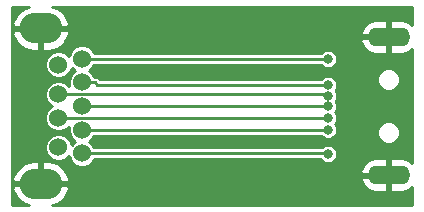
<source format=gbr>
G04 #@! TF.GenerationSoftware,KiCad,Pcbnew,(5.0.0-rc2-110-g9edfd25)*
G04 #@! TF.CreationDate,2018-06-11T15:32:49-07:00*
G04 #@! TF.ProjectId,USB-Power-Cleaner,5553422D506F7765722D436C65616E65,rev?*
G04 #@! TF.SameCoordinates,Original*
G04 #@! TF.FileFunction,Copper,L2,Bot,Signal*
G04 #@! TF.FilePolarity,Positive*
%FSLAX46Y46*%
G04 Gerber Fmt 4.6, Leading zero omitted, Abs format (unit mm)*
G04 Created by KiCad (PCBNEW (5.0.0-rc2-110-g9edfd25)) date Monday, June 11, 2018 at 03:32:49 PM*
%MOMM*%
%LPD*%
G01*
G04 APERTURE LIST*
G04 #@! TA.AperFunction,ComponentPad*
%ADD10C,1.524000*%
G04 #@! TD*
G04 #@! TA.AperFunction,ComponentPad*
%ADD11O,3.600000X2.600000*%
G04 #@! TD*
G04 #@! TA.AperFunction,ComponentPad*
%ADD12O,3.600000X1.600000*%
G04 #@! TD*
G04 #@! TA.AperFunction,ViaPad*
%ADD13C,0.800000*%
G04 #@! TD*
G04 #@! TA.AperFunction,Conductor*
%ADD14C,0.250000*%
G04 #@! TD*
G04 #@! TA.AperFunction,Conductor*
%ADD15C,0.254000*%
G04 #@! TD*
G04 APERTURE END LIST*
D10*
G04 #@! TO.P,J1,7*
G04 #@! TO.N,Net-(J1-Pad7)*
X172458000Y-87630000D03*
G04 #@! TO.P,J1,8*
G04 #@! TO.N,Net-(J1-Pad8)*
X172458000Y-85630000D03*
G04 #@! TO.P,J1,9*
G04 #@! TO.N,Net-(J1-Pad9)*
X172458000Y-83630000D03*
G04 #@! TO.P,J1,6*
G04 #@! TO.N,Net-(J1-Pad6)*
X172458000Y-89630000D03*
G04 #@! TO.P,J1,5*
G04 #@! TO.N,Net-(J1-Pad5)*
X172458000Y-91630000D03*
G04 #@! TO.P,J1,1*
G04 #@! TO.N,Net-(C3-Pad1)*
X170458000Y-84130000D03*
G04 #@! TO.P,J1,2*
G04 #@! TO.N,Net-(J1-Pad2)*
X170458000Y-86630000D03*
G04 #@! TO.P,J1,3*
G04 #@! TO.N,Net-(J1-Pad3)*
X170458000Y-88630000D03*
G04 #@! TO.P,J1,4*
G04 #@! TO.N,GND*
X170458000Y-91130000D03*
D11*
G04 #@! TO.P,J1,10*
G04 #@! TO.N,Net-(J1-Pad10)*
X168958000Y-94200000D03*
X168958000Y-81060000D03*
G04 #@! TD*
D12*
G04 #@! TO.P,J2,10*
G04 #@! TO.N,Net-(J1-Pad10)*
X198420000Y-81780000D03*
X198420000Y-93480000D03*
G04 #@! TD*
D13*
G04 #@! TO.N,Net-(J1-Pad7)*
X193294000Y-87652006D03*
G04 #@! TO.N,Net-(J1-Pad8)*
X193294000Y-85852000D03*
G04 #@! TO.N,Net-(J1-Pad9)*
X193294000Y-83630000D03*
G04 #@! TO.N,Net-(J1-Pad6)*
X193294000Y-89630000D03*
G04 #@! TO.N,Net-(J1-Pad5)*
X193294000Y-91694000D03*
G04 #@! TO.N,Net-(J1-Pad2)*
X193294000Y-86752003D03*
G04 #@! TO.N,Net-(J1-Pad3)*
X193294000Y-88646000D03*
G04 #@! TD*
D14*
G04 #@! TO.N,Net-(J1-Pad7)*
X193271994Y-87630000D02*
X193294000Y-87652006D01*
X172458000Y-87630000D02*
X193271994Y-87630000D01*
G04 #@! TO.N,Net-(J1-Pad8)*
X173535630Y-85630000D02*
X173757630Y-85852000D01*
X172458000Y-85630000D02*
X173535630Y-85630000D01*
X173757630Y-85852000D02*
X193294000Y-85852000D01*
G04 #@! TO.N,Net-(J1-Pad9)*
X172458000Y-83630000D02*
X193294000Y-83630000D01*
G04 #@! TO.N,Net-(J1-Pad6)*
X172458000Y-89630000D02*
X193294000Y-89630000D01*
G04 #@! TO.N,Net-(J1-Pad5)*
X193230000Y-91630000D02*
X193294000Y-91694000D01*
X172458000Y-91630000D02*
X193230000Y-91630000D01*
G04 #@! TO.N,Net-(J1-Pad2)*
X193171997Y-86630000D02*
X193294000Y-86752003D01*
X170458000Y-86630000D02*
X193171997Y-86630000D01*
G04 #@! TO.N,Net-(J1-Pad3)*
X193278000Y-88630000D02*
X193294000Y-88646000D01*
X170458000Y-88630000D02*
X193278000Y-88630000D01*
G04 #@! TD*
D15*
G04 #@! TO.N,Net-(J1-Pad10)*
G36*
X167600175Y-79320894D02*
X166999946Y-79781551D01*
X166621693Y-80436840D01*
X166570811Y-80632516D01*
X166686296Y-80933000D01*
X168831000Y-80933000D01*
X168831000Y-80913000D01*
X169085000Y-80913000D01*
X169085000Y-80933000D01*
X171229704Y-80933000D01*
X171345189Y-80632516D01*
X171294307Y-80436840D01*
X170916054Y-79781551D01*
X170315825Y-79320894D01*
X169928226Y-79217000D01*
X200437000Y-79217000D01*
X200437000Y-80784733D01*
X200086483Y-80502834D01*
X199547000Y-80345000D01*
X198547000Y-80345000D01*
X198547000Y-81653000D01*
X198567000Y-81653000D01*
X198567000Y-81907000D01*
X198547000Y-81907000D01*
X198547000Y-83215000D01*
X199547000Y-83215000D01*
X200086483Y-83057166D01*
X200437000Y-82775267D01*
X200437001Y-92484734D01*
X200086483Y-92202834D01*
X199547000Y-92045000D01*
X198547000Y-92045000D01*
X198547000Y-93353000D01*
X198567000Y-93353000D01*
X198567000Y-93607000D01*
X198547000Y-93607000D01*
X198547000Y-94915000D01*
X199547000Y-94915000D01*
X200086483Y-94757166D01*
X200437001Y-94475266D01*
X200437001Y-96043000D01*
X169928226Y-96043000D01*
X170315825Y-95939106D01*
X170916054Y-95478449D01*
X171294307Y-94823160D01*
X171345189Y-94627484D01*
X171229704Y-94327000D01*
X169085000Y-94327000D01*
X169085000Y-94347000D01*
X168831000Y-94347000D01*
X168831000Y-94327000D01*
X166686296Y-94327000D01*
X166570811Y-94627484D01*
X166621693Y-94823160D01*
X166999946Y-95478449D01*
X167600175Y-95939106D01*
X167987774Y-96043000D01*
X166497000Y-96043000D01*
X166497000Y-93772516D01*
X166570811Y-93772516D01*
X166686296Y-94073000D01*
X168831000Y-94073000D01*
X168831000Y-92265000D01*
X169085000Y-92265000D01*
X169085000Y-94073000D01*
X171229704Y-94073000D01*
X171323465Y-93829039D01*
X196028096Y-93829039D01*
X196045633Y-93911819D01*
X196315500Y-94404896D01*
X196753517Y-94757166D01*
X197293000Y-94915000D01*
X198293000Y-94915000D01*
X198293000Y-93607000D01*
X196150085Y-93607000D01*
X196028096Y-93829039D01*
X171323465Y-93829039D01*
X171345189Y-93772516D01*
X171294307Y-93576840D01*
X171036932Y-93130961D01*
X196028096Y-93130961D01*
X196150085Y-93353000D01*
X198293000Y-93353000D01*
X198293000Y-92045000D01*
X197293000Y-92045000D01*
X196753517Y-92202834D01*
X196315500Y-92555104D01*
X196045633Y-93048181D01*
X196028096Y-93130961D01*
X171036932Y-93130961D01*
X170916054Y-92921551D01*
X170315825Y-92460894D01*
X169585000Y-92265000D01*
X169085000Y-92265000D01*
X168831000Y-92265000D01*
X168331000Y-92265000D01*
X167600175Y-92460894D01*
X166999946Y-92921551D01*
X166621693Y-93576840D01*
X166570811Y-93772516D01*
X166497000Y-93772516D01*
X166497000Y-83903439D01*
X169319000Y-83903439D01*
X169319000Y-84356561D01*
X169492403Y-84775191D01*
X169812809Y-85095597D01*
X170231439Y-85269000D01*
X170684561Y-85269000D01*
X171103191Y-85095597D01*
X171423597Y-84775191D01*
X171590197Y-84372985D01*
X171812809Y-84595597D01*
X171895865Y-84630000D01*
X171812809Y-84664403D01*
X171492403Y-84984809D01*
X171319000Y-85403439D01*
X171319000Y-85856561D01*
X171335724Y-85896936D01*
X171103191Y-85664403D01*
X170684561Y-85491000D01*
X170231439Y-85491000D01*
X169812809Y-85664403D01*
X169492403Y-85984809D01*
X169319000Y-86403439D01*
X169319000Y-86856561D01*
X169492403Y-87275191D01*
X169812809Y-87595597D01*
X169895865Y-87630000D01*
X169812809Y-87664403D01*
X169492403Y-87984809D01*
X169319000Y-88403439D01*
X169319000Y-88856561D01*
X169492403Y-89275191D01*
X169812809Y-89595597D01*
X170231439Y-89769000D01*
X170684561Y-89769000D01*
X171103191Y-89595597D01*
X171335724Y-89363064D01*
X171319000Y-89403439D01*
X171319000Y-89856561D01*
X171492403Y-90275191D01*
X171812809Y-90595597D01*
X171895865Y-90630000D01*
X171812809Y-90664403D01*
X171590197Y-90887015D01*
X171423597Y-90484809D01*
X171103191Y-90164403D01*
X170684561Y-89991000D01*
X170231439Y-89991000D01*
X169812809Y-90164403D01*
X169492403Y-90484809D01*
X169319000Y-90903439D01*
X169319000Y-91356561D01*
X169492403Y-91775191D01*
X169812809Y-92095597D01*
X170231439Y-92269000D01*
X170684561Y-92269000D01*
X171103191Y-92095597D01*
X171325803Y-91872985D01*
X171492403Y-92275191D01*
X171812809Y-92595597D01*
X172231439Y-92769000D01*
X172684561Y-92769000D01*
X173103191Y-92595597D01*
X173423597Y-92275191D01*
X173482909Y-92132000D01*
X192634407Y-92132000D01*
X192635291Y-92134135D01*
X192853865Y-92352709D01*
X193139445Y-92471000D01*
X193448555Y-92471000D01*
X193734135Y-92352709D01*
X193952709Y-92134135D01*
X194071000Y-91848555D01*
X194071000Y-91539445D01*
X193952709Y-91253865D01*
X193734135Y-91035291D01*
X193448555Y-90917000D01*
X193139445Y-90917000D01*
X192853865Y-91035291D01*
X192761156Y-91128000D01*
X173482909Y-91128000D01*
X173423597Y-90984809D01*
X173103191Y-90664403D01*
X173020135Y-90630000D01*
X173103191Y-90595597D01*
X173423597Y-90275191D01*
X173482909Y-90132000D01*
X192697156Y-90132000D01*
X192853865Y-90288709D01*
X193139445Y-90407000D01*
X193448555Y-90407000D01*
X193734135Y-90288709D01*
X193952709Y-90070135D01*
X194071000Y-89784555D01*
X194071000Y-89685663D01*
X197443000Y-89685663D01*
X197443000Y-90074337D01*
X197591739Y-90433426D01*
X197866574Y-90708261D01*
X198225663Y-90857000D01*
X198614337Y-90857000D01*
X198973426Y-90708261D01*
X199248261Y-90433426D01*
X199397000Y-90074337D01*
X199397000Y-89685663D01*
X199248261Y-89326574D01*
X198973426Y-89051739D01*
X198614337Y-88903000D01*
X198225663Y-88903000D01*
X197866574Y-89051739D01*
X197591739Y-89326574D01*
X197443000Y-89685663D01*
X194071000Y-89685663D01*
X194071000Y-89475445D01*
X193952709Y-89189865D01*
X193900844Y-89138000D01*
X193952709Y-89086135D01*
X194071000Y-88800555D01*
X194071000Y-88491445D01*
X193952709Y-88205865D01*
X193895847Y-88149003D01*
X193952709Y-88092141D01*
X194071000Y-87806561D01*
X194071000Y-87497451D01*
X193952709Y-87211871D01*
X193942843Y-87202005D01*
X193952709Y-87192138D01*
X194071000Y-86906558D01*
X194071000Y-86597448D01*
X193952709Y-86311868D01*
X193942843Y-86302002D01*
X193952709Y-86292135D01*
X194071000Y-86006555D01*
X194071000Y-85697445D01*
X193952709Y-85411865D01*
X193734135Y-85193291D01*
X193715720Y-85185663D01*
X197443000Y-85185663D01*
X197443000Y-85574337D01*
X197591739Y-85933426D01*
X197866574Y-86208261D01*
X198225663Y-86357000D01*
X198614337Y-86357000D01*
X198973426Y-86208261D01*
X199248261Y-85933426D01*
X199397000Y-85574337D01*
X199397000Y-85185663D01*
X199248261Y-84826574D01*
X198973426Y-84551739D01*
X198614337Y-84403000D01*
X198225663Y-84403000D01*
X197866574Y-84551739D01*
X197591739Y-84826574D01*
X197443000Y-85185663D01*
X193715720Y-85185663D01*
X193448555Y-85075000D01*
X193139445Y-85075000D01*
X192853865Y-85193291D01*
X192697156Y-85350000D01*
X173965564Y-85350000D01*
X173925557Y-85309993D01*
X173897551Y-85268079D01*
X173731500Y-85157127D01*
X173585069Y-85128000D01*
X173585064Y-85128000D01*
X173535630Y-85118167D01*
X173486196Y-85128000D01*
X173482909Y-85128000D01*
X173423597Y-84984809D01*
X173103191Y-84664403D01*
X173020135Y-84630000D01*
X173103191Y-84595597D01*
X173423597Y-84275191D01*
X173482909Y-84132000D01*
X192697156Y-84132000D01*
X192853865Y-84288709D01*
X193139445Y-84407000D01*
X193448555Y-84407000D01*
X193734135Y-84288709D01*
X193952709Y-84070135D01*
X194071000Y-83784555D01*
X194071000Y-83475445D01*
X193952709Y-83189865D01*
X193734135Y-82971291D01*
X193448555Y-82853000D01*
X193139445Y-82853000D01*
X192853865Y-82971291D01*
X192697156Y-83128000D01*
X173482909Y-83128000D01*
X173423597Y-82984809D01*
X173103191Y-82664403D01*
X172684561Y-82491000D01*
X172231439Y-82491000D01*
X171812809Y-82664403D01*
X171492403Y-82984809D01*
X171325803Y-83387015D01*
X171103191Y-83164403D01*
X170684561Y-82991000D01*
X170231439Y-82991000D01*
X169812809Y-83164403D01*
X169492403Y-83484809D01*
X169319000Y-83903439D01*
X166497000Y-83903439D01*
X166497000Y-81487484D01*
X166570811Y-81487484D01*
X166621693Y-81683160D01*
X166999946Y-82338449D01*
X167600175Y-82799106D01*
X168331000Y-82995000D01*
X168831000Y-82995000D01*
X168831000Y-81187000D01*
X169085000Y-81187000D01*
X169085000Y-82995000D01*
X169585000Y-82995000D01*
X170315825Y-82799106D01*
X170916054Y-82338449D01*
X171036931Y-82129039D01*
X196028096Y-82129039D01*
X196045633Y-82211819D01*
X196315500Y-82704896D01*
X196753517Y-83057166D01*
X197293000Y-83215000D01*
X198293000Y-83215000D01*
X198293000Y-81907000D01*
X196150085Y-81907000D01*
X196028096Y-82129039D01*
X171036931Y-82129039D01*
X171294307Y-81683160D01*
X171345189Y-81487484D01*
X171323466Y-81430961D01*
X196028096Y-81430961D01*
X196150085Y-81653000D01*
X198293000Y-81653000D01*
X198293000Y-80345000D01*
X197293000Y-80345000D01*
X196753517Y-80502834D01*
X196315500Y-80855104D01*
X196045633Y-81348181D01*
X196028096Y-81430961D01*
X171323466Y-81430961D01*
X171229704Y-81187000D01*
X169085000Y-81187000D01*
X168831000Y-81187000D01*
X166686296Y-81187000D01*
X166570811Y-81487484D01*
X166497000Y-81487484D01*
X166497000Y-79217000D01*
X167987774Y-79217000D01*
X167600175Y-79320894D01*
X167600175Y-79320894D01*
G37*
X167600175Y-79320894D02*
X166999946Y-79781551D01*
X166621693Y-80436840D01*
X166570811Y-80632516D01*
X166686296Y-80933000D01*
X168831000Y-80933000D01*
X168831000Y-80913000D01*
X169085000Y-80913000D01*
X169085000Y-80933000D01*
X171229704Y-80933000D01*
X171345189Y-80632516D01*
X171294307Y-80436840D01*
X170916054Y-79781551D01*
X170315825Y-79320894D01*
X169928226Y-79217000D01*
X200437000Y-79217000D01*
X200437000Y-80784733D01*
X200086483Y-80502834D01*
X199547000Y-80345000D01*
X198547000Y-80345000D01*
X198547000Y-81653000D01*
X198567000Y-81653000D01*
X198567000Y-81907000D01*
X198547000Y-81907000D01*
X198547000Y-83215000D01*
X199547000Y-83215000D01*
X200086483Y-83057166D01*
X200437000Y-82775267D01*
X200437001Y-92484734D01*
X200086483Y-92202834D01*
X199547000Y-92045000D01*
X198547000Y-92045000D01*
X198547000Y-93353000D01*
X198567000Y-93353000D01*
X198567000Y-93607000D01*
X198547000Y-93607000D01*
X198547000Y-94915000D01*
X199547000Y-94915000D01*
X200086483Y-94757166D01*
X200437001Y-94475266D01*
X200437001Y-96043000D01*
X169928226Y-96043000D01*
X170315825Y-95939106D01*
X170916054Y-95478449D01*
X171294307Y-94823160D01*
X171345189Y-94627484D01*
X171229704Y-94327000D01*
X169085000Y-94327000D01*
X169085000Y-94347000D01*
X168831000Y-94347000D01*
X168831000Y-94327000D01*
X166686296Y-94327000D01*
X166570811Y-94627484D01*
X166621693Y-94823160D01*
X166999946Y-95478449D01*
X167600175Y-95939106D01*
X167987774Y-96043000D01*
X166497000Y-96043000D01*
X166497000Y-93772516D01*
X166570811Y-93772516D01*
X166686296Y-94073000D01*
X168831000Y-94073000D01*
X168831000Y-92265000D01*
X169085000Y-92265000D01*
X169085000Y-94073000D01*
X171229704Y-94073000D01*
X171323465Y-93829039D01*
X196028096Y-93829039D01*
X196045633Y-93911819D01*
X196315500Y-94404896D01*
X196753517Y-94757166D01*
X197293000Y-94915000D01*
X198293000Y-94915000D01*
X198293000Y-93607000D01*
X196150085Y-93607000D01*
X196028096Y-93829039D01*
X171323465Y-93829039D01*
X171345189Y-93772516D01*
X171294307Y-93576840D01*
X171036932Y-93130961D01*
X196028096Y-93130961D01*
X196150085Y-93353000D01*
X198293000Y-93353000D01*
X198293000Y-92045000D01*
X197293000Y-92045000D01*
X196753517Y-92202834D01*
X196315500Y-92555104D01*
X196045633Y-93048181D01*
X196028096Y-93130961D01*
X171036932Y-93130961D01*
X170916054Y-92921551D01*
X170315825Y-92460894D01*
X169585000Y-92265000D01*
X169085000Y-92265000D01*
X168831000Y-92265000D01*
X168331000Y-92265000D01*
X167600175Y-92460894D01*
X166999946Y-92921551D01*
X166621693Y-93576840D01*
X166570811Y-93772516D01*
X166497000Y-93772516D01*
X166497000Y-83903439D01*
X169319000Y-83903439D01*
X169319000Y-84356561D01*
X169492403Y-84775191D01*
X169812809Y-85095597D01*
X170231439Y-85269000D01*
X170684561Y-85269000D01*
X171103191Y-85095597D01*
X171423597Y-84775191D01*
X171590197Y-84372985D01*
X171812809Y-84595597D01*
X171895865Y-84630000D01*
X171812809Y-84664403D01*
X171492403Y-84984809D01*
X171319000Y-85403439D01*
X171319000Y-85856561D01*
X171335724Y-85896936D01*
X171103191Y-85664403D01*
X170684561Y-85491000D01*
X170231439Y-85491000D01*
X169812809Y-85664403D01*
X169492403Y-85984809D01*
X169319000Y-86403439D01*
X169319000Y-86856561D01*
X169492403Y-87275191D01*
X169812809Y-87595597D01*
X169895865Y-87630000D01*
X169812809Y-87664403D01*
X169492403Y-87984809D01*
X169319000Y-88403439D01*
X169319000Y-88856561D01*
X169492403Y-89275191D01*
X169812809Y-89595597D01*
X170231439Y-89769000D01*
X170684561Y-89769000D01*
X171103191Y-89595597D01*
X171335724Y-89363064D01*
X171319000Y-89403439D01*
X171319000Y-89856561D01*
X171492403Y-90275191D01*
X171812809Y-90595597D01*
X171895865Y-90630000D01*
X171812809Y-90664403D01*
X171590197Y-90887015D01*
X171423597Y-90484809D01*
X171103191Y-90164403D01*
X170684561Y-89991000D01*
X170231439Y-89991000D01*
X169812809Y-90164403D01*
X169492403Y-90484809D01*
X169319000Y-90903439D01*
X169319000Y-91356561D01*
X169492403Y-91775191D01*
X169812809Y-92095597D01*
X170231439Y-92269000D01*
X170684561Y-92269000D01*
X171103191Y-92095597D01*
X171325803Y-91872985D01*
X171492403Y-92275191D01*
X171812809Y-92595597D01*
X172231439Y-92769000D01*
X172684561Y-92769000D01*
X173103191Y-92595597D01*
X173423597Y-92275191D01*
X173482909Y-92132000D01*
X192634407Y-92132000D01*
X192635291Y-92134135D01*
X192853865Y-92352709D01*
X193139445Y-92471000D01*
X193448555Y-92471000D01*
X193734135Y-92352709D01*
X193952709Y-92134135D01*
X194071000Y-91848555D01*
X194071000Y-91539445D01*
X193952709Y-91253865D01*
X193734135Y-91035291D01*
X193448555Y-90917000D01*
X193139445Y-90917000D01*
X192853865Y-91035291D01*
X192761156Y-91128000D01*
X173482909Y-91128000D01*
X173423597Y-90984809D01*
X173103191Y-90664403D01*
X173020135Y-90630000D01*
X173103191Y-90595597D01*
X173423597Y-90275191D01*
X173482909Y-90132000D01*
X192697156Y-90132000D01*
X192853865Y-90288709D01*
X193139445Y-90407000D01*
X193448555Y-90407000D01*
X193734135Y-90288709D01*
X193952709Y-90070135D01*
X194071000Y-89784555D01*
X194071000Y-89685663D01*
X197443000Y-89685663D01*
X197443000Y-90074337D01*
X197591739Y-90433426D01*
X197866574Y-90708261D01*
X198225663Y-90857000D01*
X198614337Y-90857000D01*
X198973426Y-90708261D01*
X199248261Y-90433426D01*
X199397000Y-90074337D01*
X199397000Y-89685663D01*
X199248261Y-89326574D01*
X198973426Y-89051739D01*
X198614337Y-88903000D01*
X198225663Y-88903000D01*
X197866574Y-89051739D01*
X197591739Y-89326574D01*
X197443000Y-89685663D01*
X194071000Y-89685663D01*
X194071000Y-89475445D01*
X193952709Y-89189865D01*
X193900844Y-89138000D01*
X193952709Y-89086135D01*
X194071000Y-88800555D01*
X194071000Y-88491445D01*
X193952709Y-88205865D01*
X193895847Y-88149003D01*
X193952709Y-88092141D01*
X194071000Y-87806561D01*
X194071000Y-87497451D01*
X193952709Y-87211871D01*
X193942843Y-87202005D01*
X193952709Y-87192138D01*
X194071000Y-86906558D01*
X194071000Y-86597448D01*
X193952709Y-86311868D01*
X193942843Y-86302002D01*
X193952709Y-86292135D01*
X194071000Y-86006555D01*
X194071000Y-85697445D01*
X193952709Y-85411865D01*
X193734135Y-85193291D01*
X193715720Y-85185663D01*
X197443000Y-85185663D01*
X197443000Y-85574337D01*
X197591739Y-85933426D01*
X197866574Y-86208261D01*
X198225663Y-86357000D01*
X198614337Y-86357000D01*
X198973426Y-86208261D01*
X199248261Y-85933426D01*
X199397000Y-85574337D01*
X199397000Y-85185663D01*
X199248261Y-84826574D01*
X198973426Y-84551739D01*
X198614337Y-84403000D01*
X198225663Y-84403000D01*
X197866574Y-84551739D01*
X197591739Y-84826574D01*
X197443000Y-85185663D01*
X193715720Y-85185663D01*
X193448555Y-85075000D01*
X193139445Y-85075000D01*
X192853865Y-85193291D01*
X192697156Y-85350000D01*
X173965564Y-85350000D01*
X173925557Y-85309993D01*
X173897551Y-85268079D01*
X173731500Y-85157127D01*
X173585069Y-85128000D01*
X173585064Y-85128000D01*
X173535630Y-85118167D01*
X173486196Y-85128000D01*
X173482909Y-85128000D01*
X173423597Y-84984809D01*
X173103191Y-84664403D01*
X173020135Y-84630000D01*
X173103191Y-84595597D01*
X173423597Y-84275191D01*
X173482909Y-84132000D01*
X192697156Y-84132000D01*
X192853865Y-84288709D01*
X193139445Y-84407000D01*
X193448555Y-84407000D01*
X193734135Y-84288709D01*
X193952709Y-84070135D01*
X194071000Y-83784555D01*
X194071000Y-83475445D01*
X193952709Y-83189865D01*
X193734135Y-82971291D01*
X193448555Y-82853000D01*
X193139445Y-82853000D01*
X192853865Y-82971291D01*
X192697156Y-83128000D01*
X173482909Y-83128000D01*
X173423597Y-82984809D01*
X173103191Y-82664403D01*
X172684561Y-82491000D01*
X172231439Y-82491000D01*
X171812809Y-82664403D01*
X171492403Y-82984809D01*
X171325803Y-83387015D01*
X171103191Y-83164403D01*
X170684561Y-82991000D01*
X170231439Y-82991000D01*
X169812809Y-83164403D01*
X169492403Y-83484809D01*
X169319000Y-83903439D01*
X166497000Y-83903439D01*
X166497000Y-81487484D01*
X166570811Y-81487484D01*
X166621693Y-81683160D01*
X166999946Y-82338449D01*
X167600175Y-82799106D01*
X168331000Y-82995000D01*
X168831000Y-82995000D01*
X168831000Y-81187000D01*
X169085000Y-81187000D01*
X169085000Y-82995000D01*
X169585000Y-82995000D01*
X170315825Y-82799106D01*
X170916054Y-82338449D01*
X171036931Y-82129039D01*
X196028096Y-82129039D01*
X196045633Y-82211819D01*
X196315500Y-82704896D01*
X196753517Y-83057166D01*
X197293000Y-83215000D01*
X198293000Y-83215000D01*
X198293000Y-81907000D01*
X196150085Y-81907000D01*
X196028096Y-82129039D01*
X171036931Y-82129039D01*
X171294307Y-81683160D01*
X171345189Y-81487484D01*
X171323466Y-81430961D01*
X196028096Y-81430961D01*
X196150085Y-81653000D01*
X198293000Y-81653000D01*
X198293000Y-80345000D01*
X197293000Y-80345000D01*
X196753517Y-80502834D01*
X196315500Y-80855104D01*
X196045633Y-81348181D01*
X196028096Y-81430961D01*
X171323466Y-81430961D01*
X171229704Y-81187000D01*
X169085000Y-81187000D01*
X168831000Y-81187000D01*
X166686296Y-81187000D01*
X166570811Y-81487484D01*
X166497000Y-81487484D01*
X166497000Y-79217000D01*
X167987774Y-79217000D01*
X167600175Y-79320894D01*
G04 #@! TD*
M02*

</source>
